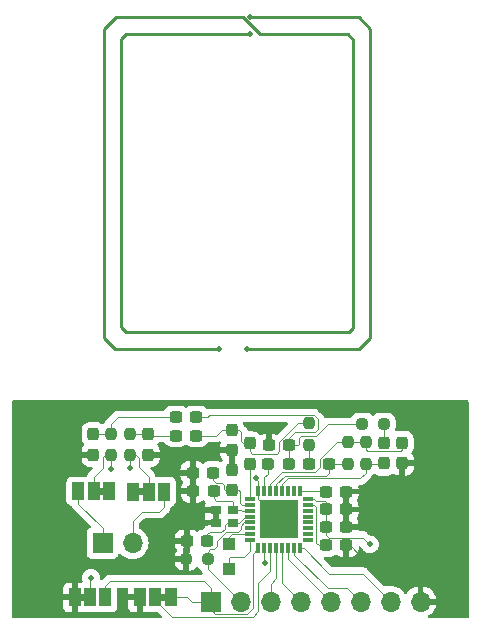
<source format=gtl>
G04 #@! TF.GenerationSoftware,KiCad,Pcbnew,7.0.9*
G04 #@! TF.CreationDate,2024-04-20T19:12:38+02:00*
G04 #@! TF.ProjectId,NFC_Programmer,4e46435f-5072-46f6-9772-616d6d65722e,3.0*
G04 #@! TF.SameCoordinates,Original*
G04 #@! TF.FileFunction,Copper,L1,Top*
G04 #@! TF.FilePolarity,Positive*
%FSLAX46Y46*%
G04 Gerber Fmt 4.6, Leading zero omitted, Abs format (unit mm)*
G04 Created by KiCad (PCBNEW 7.0.9) date 2024-04-20 19:12:38*
%MOMM*%
%LPD*%
G01*
G04 APERTURE LIST*
G04 Aperture macros list*
%AMRoundRect*
0 Rectangle with rounded corners*
0 $1 Rounding radius*
0 $2 $3 $4 $5 $6 $7 $8 $9 X,Y pos of 4 corners*
0 Add a 4 corners polygon primitive as box body*
4,1,4,$2,$3,$4,$5,$6,$7,$8,$9,$2,$3,0*
0 Add four circle primitives for the rounded corners*
1,1,$1+$1,$2,$3*
1,1,$1+$1,$4,$5*
1,1,$1+$1,$6,$7*
1,1,$1+$1,$8,$9*
0 Add four rect primitives between the rounded corners*
20,1,$1+$1,$2,$3,$4,$5,0*
20,1,$1+$1,$4,$5,$6,$7,0*
20,1,$1+$1,$6,$7,$8,$9,0*
20,1,$1+$1,$8,$9,$2,$3,0*%
G04 Aperture macros list end*
G04 #@! TA.AperFunction,SMDPad,CuDef*
%ADD10RoundRect,0.237500X-0.237500X0.250000X-0.237500X-0.250000X0.237500X-0.250000X0.237500X0.250000X0*%
G04 #@! TD*
G04 #@! TA.AperFunction,SMDPad,CuDef*
%ADD11RoundRect,0.237500X0.300000X0.237500X-0.300000X0.237500X-0.300000X-0.237500X0.300000X-0.237500X0*%
G04 #@! TD*
G04 #@! TA.AperFunction,SMDPad,CuDef*
%ADD12R,1.000000X1.000000*%
G04 #@! TD*
G04 #@! TA.AperFunction,SMDPad,CuDef*
%ADD13RoundRect,0.237500X0.237500X-0.250000X0.237500X0.250000X-0.237500X0.250000X-0.237500X-0.250000X0*%
G04 #@! TD*
G04 #@! TA.AperFunction,SMDPad,CuDef*
%ADD14R,1.000000X1.500000*%
G04 #@! TD*
G04 #@! TA.AperFunction,ComponentPad*
%ADD15R,1.700000X1.700000*%
G04 #@! TD*
G04 #@! TA.AperFunction,ComponentPad*
%ADD16O,1.700000X1.700000*%
G04 #@! TD*
G04 #@! TA.AperFunction,SMDPad,CuDef*
%ADD17RoundRect,0.237500X0.237500X-0.287500X0.237500X0.287500X-0.237500X0.287500X-0.237500X-0.287500X0*%
G04 #@! TD*
G04 #@! TA.AperFunction,SMDPad,CuDef*
%ADD18R,0.900000X0.800000*%
G04 #@! TD*
G04 #@! TA.AperFunction,SMDPad,CuDef*
%ADD19RoundRect,0.237500X0.237500X-0.300000X0.237500X0.300000X-0.237500X0.300000X-0.237500X-0.300000X0*%
G04 #@! TD*
G04 #@! TA.AperFunction,SMDPad,CuDef*
%ADD20RoundRect,0.237500X-0.237500X0.300000X-0.237500X-0.300000X0.237500X-0.300000X0.237500X0.300000X0*%
G04 #@! TD*
G04 #@! TA.AperFunction,SMDPad,CuDef*
%ADD21R,0.850000X0.300000*%
G04 #@! TD*
G04 #@! TA.AperFunction,SMDPad,CuDef*
%ADD22R,0.300000X0.850000*%
G04 #@! TD*
G04 #@! TA.AperFunction,SMDPad,CuDef*
%ADD23R,3.250000X3.250000*%
G04 #@! TD*
G04 #@! TA.AperFunction,SMDPad,CuDef*
%ADD24RoundRect,0.237500X-0.300000X-0.237500X0.300000X-0.237500X0.300000X0.237500X-0.300000X0.237500X0*%
G04 #@! TD*
G04 #@! TA.AperFunction,SMDPad,CuDef*
%ADD25RoundRect,0.237500X-0.250000X-0.237500X0.250000X-0.237500X0.250000X0.237500X-0.250000X0.237500X0*%
G04 #@! TD*
G04 #@! TA.AperFunction,SMDPad,CuDef*
%ADD26RoundRect,0.237500X-0.287500X-0.237500X0.287500X-0.237500X0.287500X0.237500X-0.287500X0.237500X0*%
G04 #@! TD*
G04 #@! TA.AperFunction,SMDPad,CuDef*
%ADD27RoundRect,0.237500X0.250000X0.237500X-0.250000X0.237500X-0.250000X-0.237500X0.250000X-0.237500X0*%
G04 #@! TD*
G04 #@! TA.AperFunction,ViaPad*
%ADD28C,0.360000*%
G04 #@! TD*
G04 #@! TA.AperFunction,ViaPad*
%ADD29C,0.500000*%
G04 #@! TD*
G04 #@! TA.AperFunction,Conductor*
%ADD30C,0.100000*%
G04 #@! TD*
G04 #@! TA.AperFunction,Conductor*
%ADD31C,0.250000*%
G04 #@! TD*
G04 APERTURE END LIST*
G04 #@! TA.AperFunction,EtchedComponent*
G36*
X132035000Y-99000000D02*
G01*
X131535000Y-99000000D01*
X131535000Y-98400000D01*
X132035000Y-98400000D01*
X132035000Y-99000000D01*
G37*
G04 #@! TD.AperFunction*
G04 #@! TA.AperFunction,EtchedComponent*
G36*
X128675000Y-98990000D02*
G01*
X128175000Y-98990000D01*
X128175000Y-98390000D01*
X128675000Y-98390000D01*
X128675000Y-98990000D01*
G37*
G04 #@! TD.AperFunction*
G04 #@! TA.AperFunction,EtchedComponent*
G36*
X133910000Y-107970000D02*
G01*
X133410000Y-107970000D01*
X133410000Y-107370000D01*
X133910000Y-107370000D01*
X133910000Y-107970000D01*
G37*
G04 #@! TD.AperFunction*
G04 #@! TA.AperFunction,EtchedComponent*
G36*
X127070000Y-107970000D02*
G01*
X126570000Y-107970000D01*
X126570000Y-107370000D01*
X127070000Y-107370000D01*
X127070000Y-107970000D01*
G37*
G04 #@! TD.AperFunction*
D10*
X150813750Y-94545000D03*
X150813750Y-96370000D03*
D11*
X147696750Y-96380000D03*
X145971750Y-96380000D03*
D12*
X139260000Y-103150000D03*
D13*
X145994250Y-94742500D03*
X145994250Y-92917500D03*
D14*
X131135000Y-98700000D03*
X132435000Y-98700000D03*
X133735000Y-98700000D03*
D11*
X137886750Y-97110000D03*
X136161750Y-97110000D03*
D15*
X128530000Y-103060000D03*
D16*
X131070000Y-103060000D03*
D17*
X140994250Y-96385000D03*
X140994250Y-94635000D03*
D11*
X136462500Y-93970000D03*
X134737500Y-93970000D03*
D18*
X139571750Y-100230000D03*
X138171750Y-100230000D03*
X138171750Y-101330000D03*
X139571750Y-101330000D03*
D19*
X139504250Y-98602500D03*
X139504250Y-96877500D03*
D20*
X139464250Y-93467500D03*
X139464250Y-95192500D03*
D21*
X145914250Y-102820000D03*
X145914250Y-102320000D03*
X145914250Y-101820000D03*
X145914250Y-101320000D03*
X145914250Y-100820000D03*
X145914250Y-100320000D03*
X145914250Y-99820000D03*
X145914250Y-99320000D03*
D22*
X145214250Y-98620000D03*
X144714250Y-98620000D03*
X144214250Y-98620000D03*
X143714250Y-98620000D03*
X143214250Y-98620000D03*
X142714250Y-98620000D03*
X142214250Y-98620000D03*
X141714250Y-98620000D03*
D21*
X141014250Y-99320000D03*
X141014250Y-99820000D03*
X141014250Y-100320000D03*
X141014250Y-100820000D03*
X141014250Y-101320000D03*
X141014250Y-101820000D03*
X141014250Y-102320000D03*
X141014250Y-102820000D03*
D22*
X141714250Y-103520000D03*
X142214250Y-103520000D03*
X142714250Y-103520000D03*
X143214250Y-103520000D03*
X143714250Y-103520000D03*
X144214250Y-103520000D03*
X144714250Y-103520000D03*
X145214250Y-103520000D03*
D23*
X143464250Y-101070000D03*
D15*
X137670000Y-108020000D03*
D16*
X140210000Y-108020000D03*
X142750000Y-108020000D03*
X145290000Y-108020000D03*
X147830000Y-108020000D03*
X150370000Y-108020000D03*
X152910000Y-108020000D03*
X155450000Y-108020000D03*
D10*
X130835000Y-93800000D03*
X130835000Y-95625000D03*
D19*
X152344250Y-96320000D03*
X152344250Y-94595000D03*
D11*
X136462500Y-92400000D03*
X134737500Y-92400000D03*
D24*
X147445000Y-98700000D03*
X149170000Y-98700000D03*
X147445000Y-100220000D03*
X149170000Y-100220000D03*
D13*
X149283250Y-96370000D03*
X149283250Y-94545000D03*
D20*
X153904250Y-94587500D03*
X153904250Y-96312500D03*
D24*
X147445000Y-101740000D03*
X149170000Y-101740000D03*
D10*
X129285000Y-93800000D03*
X129285000Y-95625000D03*
D25*
X150522500Y-92990000D03*
X152347500Y-92990000D03*
D20*
X132385000Y-93850000D03*
X132385000Y-95575000D03*
D19*
X127725000Y-95575000D03*
X127725000Y-93850000D03*
D12*
X139260000Y-105220000D03*
D11*
X137400000Y-102890000D03*
X135675000Y-102890000D03*
D26*
X142544250Y-96400000D03*
X144294250Y-96400000D03*
D27*
X137450000Y-104420000D03*
X135625000Y-104420000D03*
D14*
X129075000Y-98690000D03*
X127775000Y-98690000D03*
X126475000Y-98690000D03*
X134310000Y-107670000D03*
X133010000Y-107670000D03*
X131710000Y-107670000D03*
X126170000Y-107670000D03*
X127470000Y-107670000D03*
X128770000Y-107670000D03*
D24*
X142609250Y-94790000D03*
X144334250Y-94790000D03*
D11*
X137926750Y-98680000D03*
X136201750Y-98680000D03*
D24*
X147445000Y-103260000D03*
X149170000Y-103260000D03*
D28*
X159130000Y-95860000D03*
X128870000Y-104750000D03*
X157940000Y-91280000D03*
X131870000Y-105550000D03*
X124300000Y-91250000D03*
X125190000Y-98820000D03*
X127340000Y-91240000D03*
X157290000Y-106610000D03*
X157250000Y-91280000D03*
X129940000Y-105570000D03*
X135120000Y-99770000D03*
X121160000Y-98970000D03*
X122870000Y-109150000D03*
D29*
X134251582Y-95601582D03*
D28*
X126460000Y-94700000D03*
X144350000Y-91290000D03*
X159080000Y-104020000D03*
X155130000Y-94450000D03*
X129220000Y-91250000D03*
X125190000Y-98210000D03*
X130030000Y-109160000D03*
X134590000Y-100240000D03*
X148440000Y-92230000D03*
X150480000Y-99510000D03*
X154370000Y-97580000D03*
X123600000Y-91240000D03*
X133980000Y-97190000D03*
X159130000Y-96470000D03*
X121160000Y-92260000D03*
X152660000Y-97670000D03*
X134390000Y-102190000D03*
X154960000Y-93780000D03*
X125860000Y-109180000D03*
X121170000Y-91560000D03*
X141860000Y-91280000D03*
X121120000Y-108950000D03*
X148700000Y-91290000D03*
X158550000Y-91280000D03*
X125740000Y-97180000D03*
X121130000Y-106460000D03*
X132320000Y-101320000D03*
X137450000Y-95930000D03*
X132700000Y-104490000D03*
X159120000Y-92860000D03*
X127940000Y-104780000D03*
X132740000Y-103560000D03*
X143780000Y-91290000D03*
X124910000Y-108130000D03*
X148000000Y-91280000D03*
X121160000Y-92870000D03*
X151917606Y-102411550D03*
X152920000Y-91280000D03*
X147701096Y-92221952D03*
X149280000Y-92220000D03*
X159090000Y-99740000D03*
X139410000Y-91290000D03*
X154890000Y-106290000D03*
X159090000Y-101530000D03*
X132820000Y-105550000D03*
X131290000Y-109180000D03*
X133790000Y-101240000D03*
X151890000Y-97650000D03*
X159130000Y-95290000D03*
X130870000Y-105570000D03*
X134340000Y-103100000D03*
X132790000Y-101880000D03*
X125250000Y-109180000D03*
X127520000Y-92500000D03*
X127740000Y-109160000D03*
X159120000Y-98960000D03*
X126610000Y-96460000D03*
X158390000Y-109150000D03*
X121130000Y-104670000D03*
X152310000Y-91280000D03*
X126670000Y-92870000D03*
X126440000Y-93840000D03*
X140680000Y-91280000D03*
X156070000Y-91280000D03*
D29*
X136870000Y-101310000D03*
D28*
X150460000Y-100300000D03*
X140020000Y-91290000D03*
X153450000Y-97640000D03*
X134950000Y-98240000D03*
X151364342Y-91970000D03*
X135077887Y-95174346D03*
X155410000Y-91290000D03*
X159080000Y-107150000D03*
X123410000Y-109150000D03*
X159090000Y-105270000D03*
X136980000Y-95110000D03*
X157270000Y-107500000D03*
X128330000Y-92550000D03*
X134360000Y-103950000D03*
X150470000Y-98680000D03*
X121160000Y-94050000D03*
X121810000Y-91240000D03*
D29*
X142620000Y-93280000D03*
D28*
X131010000Y-91250000D03*
X121690000Y-109150000D03*
X149880000Y-91290000D03*
X125480000Y-91250000D03*
X128310000Y-109160000D03*
X127050000Y-102380000D03*
X127910000Y-91240000D03*
X131820000Y-109180000D03*
X151460000Y-104220000D03*
X124910000Y-107590000D03*
X150530000Y-100960000D03*
X134950000Y-96480000D03*
X136540000Y-95870000D03*
X153540000Y-92730000D03*
X132760000Y-102610000D03*
X121130000Y-105850000D03*
X155130000Y-95290000D03*
X126400000Y-109180000D03*
X130540000Y-104740000D03*
X125760000Y-106200000D03*
X159080000Y-107760000D03*
X124910000Y-106980000D03*
X127050000Y-104100000D03*
X124910000Y-106410000D03*
X133540000Y-91240000D03*
X159090000Y-104660000D03*
X152060000Y-103740000D03*
X128800000Y-105570000D03*
X121120000Y-107160000D03*
X121120000Y-108340000D03*
X135620000Y-95890000D03*
X157200000Y-108310000D03*
X132850000Y-91240000D03*
X159130000Y-94680000D03*
X127050000Y-102950000D03*
X121130000Y-100360000D03*
X152300000Y-106290000D03*
X152220000Y-103020000D03*
X121120000Y-102240000D03*
X121160000Y-93440000D03*
X126970000Y-109180000D03*
X151740000Y-91280000D03*
X125190000Y-99360000D03*
X121130000Y-101540000D03*
X159120000Y-93430000D03*
X159090000Y-100920000D03*
X126670000Y-97160000D03*
X128970000Y-92080000D03*
D29*
X150700000Y-104480000D03*
D28*
X159080000Y-108330000D03*
X129460000Y-109160000D03*
X122420000Y-91240000D03*
X159120000Y-97780000D03*
X126540000Y-105870000D03*
X121160000Y-98360000D03*
X133530000Y-96280000D03*
X159090000Y-106450000D03*
X121130000Y-105280000D03*
X121120000Y-104030000D03*
X146820000Y-91280000D03*
X134300000Y-104700000D03*
X129790000Y-104700000D03*
X159130000Y-91550000D03*
X132280000Y-91240000D03*
X136100000Y-101660000D03*
X157120000Y-109120000D03*
X130400000Y-91250000D03*
X128520000Y-91240000D03*
X151790000Y-105780000D03*
X125670000Y-100350000D03*
X159080000Y-108940000D03*
X159120000Y-97170000D03*
X133210000Y-96990000D03*
X142470000Y-91280000D03*
X154800000Y-91290000D03*
X147200000Y-91900000D03*
X122990000Y-91240000D03*
X125190000Y-99930000D03*
X145600000Y-91280000D03*
X128920000Y-109160000D03*
X151070000Y-98110000D03*
X131270000Y-104780000D03*
X149310000Y-91290000D03*
X121130000Y-99750000D03*
X124910000Y-91250000D03*
X152170000Y-91820000D03*
X157820000Y-109150000D03*
X154230000Y-91290000D03*
X151130000Y-91280000D03*
X159090000Y-105840000D03*
X129830000Y-91250000D03*
X146210000Y-91280000D03*
X123980000Y-109150000D03*
X136900000Y-100290000D03*
X134960000Y-99050000D03*
X159090000Y-100350000D03*
X131670000Y-91240000D03*
X127100000Y-101690000D03*
X136100000Y-95140000D03*
X122260000Y-109150000D03*
X127050000Y-103560000D03*
X126090000Y-91250000D03*
X159120000Y-98350000D03*
X147390000Y-91280000D03*
X121170000Y-95300000D03*
X126130000Y-100790000D03*
X134890000Y-97330000D03*
X136100000Y-99920000D03*
X121160000Y-97180000D03*
X130670000Y-109180000D03*
X126610000Y-101210000D03*
X121120000Y-107770000D03*
X121170000Y-95870000D03*
X149880000Y-91890000D03*
X144960000Y-91290000D03*
X121120000Y-102850000D03*
X151124464Y-102010199D03*
X159080000Y-102230000D03*
X121120000Y-103420000D03*
X156200000Y-106310000D03*
X143170000Y-91290000D03*
X124910000Y-108700000D03*
X159120000Y-94040000D03*
X134250000Y-100770000D03*
X121130000Y-100930000D03*
X153420000Y-92190000D03*
X155210000Y-96260000D03*
D29*
X137990000Y-95230000D03*
D28*
X121170000Y-96480000D03*
X150570000Y-101750000D03*
X156680000Y-91280000D03*
X125190000Y-97640000D03*
X135130000Y-101710000D03*
X126700000Y-105300000D03*
X159080000Y-102840000D03*
X154390000Y-93370000D03*
X153620000Y-91290000D03*
X159120000Y-92250000D03*
X151250000Y-105170000D03*
D29*
X125870000Y-95560000D03*
D28*
X121160000Y-97790000D03*
X121170000Y-94690000D03*
X153520000Y-106310000D03*
D29*
X141500000Y-97570000D03*
D28*
X127050000Y-104670000D03*
X132010000Y-104830000D03*
X155050000Y-97220000D03*
X128250000Y-105320000D03*
X124680000Y-109180000D03*
X159080000Y-103410000D03*
X141290000Y-91280000D03*
X153610000Y-93260000D03*
X133840000Y-105540000D03*
X133130000Y-101260000D03*
X152870000Y-91870000D03*
X134500000Y-105420000D03*
X150690000Y-91810000D03*
X132400000Y-109200000D03*
X150490000Y-91290000D03*
X126730000Y-91240000D03*
D29*
X151160000Y-103180000D03*
X127550000Y-105990000D03*
X142268250Y-104760000D03*
X140740000Y-86620000D03*
X141040000Y-58560000D03*
X141040000Y-60000000D03*
X138400000Y-86620000D03*
X130850000Y-96740000D03*
X129280000Y-96770000D03*
D30*
X146610000Y-99990750D02*
X146610000Y-103040000D01*
X146439250Y-99820000D02*
X146610000Y-99990750D01*
X146830000Y-103260000D02*
X147445000Y-103260000D01*
X146610000Y-103040000D02*
X146830000Y-103260000D01*
X145914250Y-99820000D02*
X146439250Y-99820000D01*
X134225000Y-95575000D02*
X134251582Y-95601582D01*
X138171750Y-101330000D02*
X136890000Y-101330000D01*
X142609250Y-94790000D02*
X142609250Y-93290750D01*
X138027500Y-95192500D02*
X137990000Y-95230000D01*
X125885000Y-95575000D02*
X125870000Y-95560000D01*
X139464250Y-95192500D02*
X138027500Y-95192500D01*
X142609250Y-93290750D02*
X142620000Y-93280000D01*
X143464250Y-101070000D02*
X141714250Y-99320000D01*
X149480000Y-103260000D02*
X150700000Y-104480000D01*
X149170000Y-103260000D02*
X149480000Y-103260000D01*
X141714250Y-97784250D02*
X141500000Y-97570000D01*
X132385000Y-95575000D02*
X134225000Y-95575000D01*
X127725000Y-95575000D02*
X125885000Y-95575000D01*
X141714250Y-98620000D02*
X141714250Y-97784250D01*
X136890000Y-101330000D02*
X136870000Y-101310000D01*
X141714250Y-99320000D02*
X141714250Y-98620000D01*
X147365000Y-98620000D02*
X147445000Y-98700000D01*
X145214250Y-98620000D02*
X147365000Y-98620000D01*
X139504250Y-98602500D02*
X140056750Y-98602500D01*
X138824250Y-98510000D02*
X138916750Y-98602500D01*
X137886750Y-97732500D02*
X138134250Y-97980000D01*
X140204250Y-98750000D02*
X140204250Y-99700000D01*
X137886750Y-97110000D02*
X137886750Y-97732500D01*
X138134250Y-97980000D02*
X138684250Y-97980000D01*
X138684250Y-97980000D02*
X138824250Y-98120000D01*
X140324250Y-99820000D02*
X141014250Y-99820000D01*
X140204250Y-99700000D02*
X140324250Y-99820000D01*
X138916750Y-98602500D02*
X139504250Y-98602500D01*
X140056750Y-98602500D02*
X140204250Y-98750000D01*
X138824250Y-98120000D02*
X138824250Y-98510000D01*
X140064250Y-101330000D02*
X139571750Y-101330000D01*
X139040000Y-101330000D02*
X139571750Y-101330000D01*
X141014250Y-100820000D02*
X140574250Y-100820000D01*
X137400000Y-102330000D02*
X137620000Y-102110000D01*
X140574250Y-100820000D02*
X140064250Y-101330000D01*
X138870000Y-101835750D02*
X138870000Y-101500000D01*
X137400000Y-102890000D02*
X137400000Y-102330000D01*
X138870000Y-101500000D02*
X139040000Y-101330000D01*
X137620000Y-102110000D02*
X138595750Y-102110000D01*
X138595750Y-102110000D02*
X138870000Y-101835750D01*
X143714250Y-98095000D02*
X144212250Y-97597000D01*
X150813750Y-97140500D02*
X150813750Y-96370000D01*
X150813750Y-96370000D02*
X152294250Y-96370000D01*
X144212250Y-97597000D02*
X150357250Y-97597000D01*
X150357250Y-97597000D02*
X150813750Y-97140500D01*
X143714250Y-98620000D02*
X143714250Y-98095000D01*
X152294250Y-96370000D02*
X152344250Y-96320000D01*
X152347500Y-94591750D02*
X152344250Y-94595000D01*
X152347500Y-92990000D02*
X152347500Y-94591750D01*
X145050000Y-94790000D02*
X144334250Y-94790000D01*
X136462500Y-92400000D02*
X137430000Y-92400000D01*
X144294250Y-94830000D02*
X144334250Y-94790000D01*
X145170000Y-94670000D02*
X145050000Y-94790000D01*
X146410022Y-92253000D02*
X146750000Y-92592978D01*
X145350000Y-94000000D02*
X145170000Y-94180000D01*
X146570000Y-94000000D02*
X145350000Y-94000000D01*
X150522500Y-92990000D02*
X147580000Y-92990000D01*
X144334250Y-94135750D02*
X144334250Y-94790000D01*
X145170000Y-94180000D02*
X145170000Y-94670000D01*
X137577000Y-92253000D02*
X146410022Y-92253000D01*
X146750000Y-93420000D02*
X146550000Y-93620000D01*
X137430000Y-92400000D02*
X137577000Y-92253000D01*
X144294250Y-96400000D02*
X144294250Y-94830000D01*
X146750000Y-92592978D02*
X146750000Y-93420000D01*
X147580000Y-92990000D02*
X146570000Y-94000000D01*
X144850000Y-93620000D02*
X144334250Y-94135750D01*
X146550000Y-93620000D02*
X144850000Y-93620000D01*
X140994250Y-95284250D02*
X140994250Y-94635000D01*
X145076478Y-92917500D02*
X143480000Y-94513978D01*
X140067500Y-93467500D02*
X140270000Y-93670000D01*
X143480000Y-94513978D02*
X143480000Y-95290000D01*
X143280000Y-95490000D02*
X141200000Y-95490000D01*
X139464250Y-93467500D02*
X140067500Y-93467500D01*
X140445000Y-94635000D02*
X140994250Y-94635000D01*
X145994250Y-92917500D02*
X145076478Y-92917500D01*
X143480000Y-95290000D02*
X143280000Y-95490000D01*
X136462500Y-93970000D02*
X138120000Y-93970000D01*
X140270000Y-94460000D02*
X140445000Y-94635000D01*
X140270000Y-93670000D02*
X140270000Y-94460000D01*
X141200000Y-95490000D02*
X140994250Y-95284250D01*
X138120000Y-93970000D02*
X138622500Y-93467500D01*
X138622500Y-93467500D02*
X139464250Y-93467500D01*
X130835000Y-93800000D02*
X132335000Y-93800000D01*
X132505000Y-93970000D02*
X132385000Y-93850000D01*
X134737500Y-93970000D02*
X132505000Y-93970000D01*
X132335000Y-93800000D02*
X132385000Y-93850000D01*
X127725000Y-93850000D02*
X129235000Y-93850000D01*
X129235000Y-93850000D02*
X129285000Y-93800000D01*
X129870000Y-92400000D02*
X129285000Y-92985000D01*
X129285000Y-92985000D02*
X129285000Y-93800000D01*
X134737500Y-92400000D02*
X129870000Y-92400000D01*
X153904250Y-95145750D02*
X153740500Y-95309500D01*
X143757250Y-97052000D02*
X146532250Y-97052000D01*
X150979500Y-95309500D02*
X150813750Y-95143750D01*
X150813750Y-95143750D02*
X150813750Y-94545000D01*
X146532250Y-97052000D02*
X146954250Y-96630000D01*
X153740500Y-95309500D02*
X150979500Y-95309500D01*
X142714250Y-98095000D02*
X143757250Y-97052000D01*
X149283250Y-94545000D02*
X150813750Y-94545000D01*
X148369250Y-94545000D02*
X149283250Y-94545000D01*
X146954250Y-96630000D02*
X146954250Y-95960000D01*
X153904250Y-94587500D02*
X153904250Y-95145750D01*
X146954250Y-95960000D02*
X148369250Y-94545000D01*
X142714250Y-98620000D02*
X142714250Y-98095000D01*
X143939250Y-97370000D02*
X147474250Y-97370000D01*
X143214250Y-98620000D02*
X143214250Y-98095000D01*
X149273250Y-96380000D02*
X149283250Y-96370000D01*
X143214250Y-98095000D02*
X143939250Y-97370000D01*
X147474250Y-97370000D02*
X147696750Y-97147500D01*
X147696750Y-97147500D02*
X147696750Y-96380000D01*
X147696750Y-96380000D02*
X149273250Y-96380000D01*
X145971750Y-94765000D02*
X145994250Y-94742500D01*
X145971750Y-96380000D02*
X145971750Y-94765000D01*
X140994250Y-99300000D02*
X141014250Y-99320000D01*
X140994250Y-96385000D02*
X140994250Y-99300000D01*
X142214250Y-98620000D02*
X142214250Y-97510000D01*
X142544250Y-97180000D02*
X142544250Y-96400000D01*
X142214250Y-97510000D02*
X142544250Y-97180000D01*
X139260000Y-102590000D02*
X139530000Y-102320000D01*
X139260000Y-103150000D02*
X139260000Y-102590000D01*
X139530000Y-102320000D02*
X141014250Y-102320000D01*
X144214250Y-104404250D02*
X147830000Y-108020000D01*
X144214250Y-103520000D02*
X144214250Y-104404250D01*
X145590000Y-103520000D02*
X145214250Y-103520000D01*
X147730000Y-105660000D02*
X145590000Y-103520000D01*
X152910000Y-108020000D02*
X150550000Y-105660000D01*
X150550000Y-105660000D02*
X147730000Y-105660000D01*
X147579250Y-106910000D02*
X149260000Y-106910000D01*
X144714250Y-103520000D02*
X144714250Y-104045000D01*
X149260000Y-106910000D02*
X150370000Y-108020000D01*
X144714250Y-104045000D02*
X147579250Y-106910000D01*
X140500000Y-101320000D02*
X141014250Y-101320000D01*
X137450000Y-104420000D02*
X137450000Y-103790000D01*
X140210000Y-108020000D02*
X137450000Y-105260000D01*
X137450000Y-105260000D02*
X137450000Y-104420000D01*
X138987000Y-102093000D02*
X140012750Y-102093000D01*
X138230000Y-102850000D02*
X138987000Y-102093000D01*
X137970000Y-103600000D02*
X138230000Y-103340000D01*
X137640000Y-103600000D02*
X137970000Y-103600000D01*
X140220000Y-101885750D02*
X140220000Y-101600000D01*
X140220000Y-101600000D02*
X140500000Y-101320000D01*
X138230000Y-103340000D02*
X138230000Y-102850000D01*
X137450000Y-103790000D02*
X137640000Y-103600000D01*
X140012750Y-102093000D02*
X140220000Y-101885750D01*
X145914250Y-99320000D02*
X146439250Y-99320000D01*
X147445000Y-101740000D02*
X147445000Y-102365000D01*
X140770000Y-109060000D02*
X138050000Y-109060000D01*
X129160000Y-106290000D02*
X128770000Y-106680000D01*
X147380000Y-99510000D02*
X147445000Y-99575000D01*
X135710000Y-107670000D02*
X134310000Y-107670000D01*
X151170000Y-103220000D02*
X151170000Y-103190000D01*
X137670000Y-108020000D02*
X137670000Y-106840000D01*
X141270000Y-108560000D02*
X140770000Y-109060000D01*
X137670000Y-108680000D02*
X137670000Y-108020000D01*
X137120000Y-106290000D02*
X129160000Y-106290000D01*
X147445000Y-99575000D02*
X147445000Y-100220000D01*
X141270000Y-103964250D02*
X141270000Y-108560000D01*
X137670000Y-108020000D02*
X136060000Y-108020000D01*
X147688000Y-102608000D02*
X150558000Y-102608000D01*
X147445000Y-102365000D02*
X147688000Y-102608000D01*
X146629250Y-99510000D02*
X147380000Y-99510000D01*
X150558000Y-102608000D02*
X151170000Y-103220000D01*
X141714250Y-103520000D02*
X141270000Y-103964250D01*
X138050000Y-109060000D02*
X137670000Y-108680000D01*
X136060000Y-108020000D02*
X135710000Y-107670000D01*
X128770000Y-106680000D02*
X128770000Y-107670000D01*
X137670000Y-106840000D02*
X137120000Y-106290000D01*
X147445000Y-100220000D02*
X147445000Y-101740000D01*
X146439250Y-99320000D02*
X146629250Y-99510000D01*
X143714250Y-103520000D02*
X143714250Y-106444250D01*
X143714250Y-106444250D02*
X145290000Y-108020000D01*
X142750000Y-106491026D02*
X143214250Y-106026776D01*
X142750000Y-108020000D02*
X142750000Y-106491026D01*
X143214250Y-106026776D02*
X143214250Y-103520000D01*
X140354250Y-100320000D02*
X141014249Y-100320000D01*
X137926750Y-98680000D02*
X137926750Y-99262500D01*
X138154250Y-99490000D02*
X139454250Y-99490000D01*
X139584250Y-99620000D02*
X139571750Y-99632500D01*
X137926750Y-99262500D02*
X138154250Y-99490000D01*
X139571750Y-99632500D02*
X139571750Y-100230000D01*
X140244250Y-100230000D02*
X140344250Y-100330000D01*
X139454250Y-99490000D02*
X139584250Y-99620000D01*
X139571750Y-100230000D02*
X140244250Y-100230000D01*
X140344250Y-100330000D02*
X140354250Y-100320000D01*
X142214250Y-104706000D02*
X142268250Y-104760000D01*
X127470000Y-106070000D02*
X127470000Y-107670000D01*
X142214250Y-103520000D02*
X142214250Y-104706000D01*
X127550000Y-105990000D02*
X127470000Y-106070000D01*
X141273001Y-109286999D02*
X141723000Y-108837000D01*
X141723000Y-106407000D02*
X142714250Y-105415750D01*
X134376999Y-109286999D02*
X141273001Y-109286999D01*
X133010000Y-107670000D02*
X133010000Y-107920000D01*
X133010000Y-107920000D02*
X134376999Y-109286999D01*
X141723000Y-108837000D02*
X141723000Y-106407000D01*
X142714250Y-105415750D02*
X142714250Y-103520000D01*
X131070000Y-101210000D02*
X131070000Y-103060000D01*
X133735000Y-100035000D02*
X133340000Y-100430000D01*
X131850000Y-100430000D02*
X131070000Y-101210000D01*
X133340000Y-100430000D02*
X131850000Y-100430000D01*
X133735000Y-98700000D02*
X133735000Y-100035000D01*
X132435000Y-97435000D02*
X132435000Y-98700000D01*
X129285000Y-95625000D02*
X129285000Y-96765000D01*
D31*
X141830000Y-60000000D02*
X140390000Y-58560000D01*
D30*
X130835000Y-95625000D02*
X130835000Y-96725000D01*
X128715000Y-95625000D02*
X128590000Y-95750000D01*
X130835000Y-95625000D02*
X131375000Y-95625000D01*
X131590000Y-96590000D02*
X132435000Y-97435000D01*
D31*
X128670000Y-59520000D02*
X128670000Y-85670000D01*
X151200000Y-59520000D02*
X151200000Y-85670000D01*
D30*
X129285000Y-96765000D02*
X129280000Y-96770000D01*
D31*
X130110000Y-60400000D02*
X130110000Y-84750000D01*
D30*
X131375000Y-95625000D02*
X131590000Y-95840000D01*
D31*
X140390000Y-58560000D02*
X129630000Y-58560000D01*
D30*
X128590000Y-95750000D02*
X128590000Y-96670000D01*
D31*
X149760000Y-60440000D02*
X149320000Y-60000000D01*
X130540000Y-85180000D02*
X149420000Y-85180000D01*
X128670000Y-85670000D02*
X129620000Y-86620000D01*
D30*
X129285000Y-95625000D02*
X128715000Y-95625000D01*
D31*
X141040000Y-60000000D02*
X130510000Y-60000000D01*
X129630000Y-58560000D02*
X128670000Y-59520000D01*
X130110000Y-84750000D02*
X130540000Y-85180000D01*
X150250000Y-86620000D02*
X140740000Y-86620000D01*
D30*
X128590000Y-96670000D02*
X127775000Y-97485000D01*
D31*
X149760000Y-84840000D02*
X149760000Y-60440000D01*
X150240000Y-58560000D02*
X151200000Y-59520000D01*
X130510000Y-60000000D02*
X130110000Y-60400000D01*
X151200000Y-85670000D02*
X150250000Y-86620000D01*
X149320000Y-60000000D02*
X141830000Y-60000000D01*
X141040000Y-58560000D02*
X150240000Y-58560000D01*
D30*
X131590000Y-95840000D02*
X131590000Y-96590000D01*
X127775000Y-97485000D02*
X127775000Y-98690000D01*
D31*
X149420000Y-85180000D02*
X149760000Y-84840000D01*
X129620000Y-86620000D02*
X138400000Y-86620000D01*
D30*
X130835000Y-96725000D02*
X130850000Y-96740000D01*
X126475000Y-99775000D02*
X128530000Y-101830000D01*
X128530000Y-101830000D02*
X128530000Y-103060000D01*
X126475000Y-98690000D02*
X126475000Y-99775000D01*
X139340000Y-104240000D02*
X139260000Y-104320000D01*
X140480000Y-104240000D02*
X139340000Y-104240000D01*
X141014250Y-102820000D02*
X141014250Y-103705750D01*
X139260000Y-104320000D02*
X139260000Y-105220000D01*
X141014250Y-103705750D02*
X140480000Y-104240000D01*
G04 #@! TA.AperFunction,Conductor*
G36*
X159457539Y-90979685D02*
G01*
X159503294Y-91032489D01*
X159514500Y-91084000D01*
X159514500Y-109310500D01*
X159494815Y-109377539D01*
X159442011Y-109423294D01*
X159390500Y-109434500D01*
X156170295Y-109434500D01*
X156103256Y-109414815D01*
X156057501Y-109362011D01*
X156047557Y-109292853D01*
X156076582Y-109229297D01*
X156117889Y-109198119D01*
X156127573Y-109193602D01*
X156127577Y-109193600D01*
X156321082Y-109058105D01*
X156488105Y-108891082D01*
X156623600Y-108697578D01*
X156723429Y-108483492D01*
X156723432Y-108483486D01*
X156780636Y-108270000D01*
X155883686Y-108270000D01*
X155909493Y-108229844D01*
X155950000Y-108091889D01*
X155950000Y-107948111D01*
X155909493Y-107810156D01*
X155883686Y-107770000D01*
X156780636Y-107770000D01*
X156780635Y-107769999D01*
X156723432Y-107556513D01*
X156723429Y-107556507D01*
X156623600Y-107342422D01*
X156623599Y-107342420D01*
X156488113Y-107148926D01*
X156488108Y-107148920D01*
X156321082Y-106981894D01*
X156127578Y-106846399D01*
X155913492Y-106746570D01*
X155913486Y-106746567D01*
X155700000Y-106689364D01*
X155700000Y-107584498D01*
X155592315Y-107535320D01*
X155485763Y-107520000D01*
X155414237Y-107520000D01*
X155307685Y-107535320D01*
X155200000Y-107584498D01*
X155200000Y-106689364D01*
X155199999Y-106689364D01*
X154986513Y-106746567D01*
X154986507Y-106746570D01*
X154772422Y-106846399D01*
X154772420Y-106846400D01*
X154578926Y-106981886D01*
X154578920Y-106981891D01*
X154411891Y-107148920D01*
X154411890Y-107148922D01*
X154281880Y-107334595D01*
X154227303Y-107378219D01*
X154157804Y-107385412D01*
X154095450Y-107353890D01*
X154078730Y-107334594D01*
X153948494Y-107148597D01*
X153781402Y-106981506D01*
X153781395Y-106981501D01*
X153587834Y-106845967D01*
X153587830Y-106845965D01*
X153576110Y-106840500D01*
X153373663Y-106746097D01*
X153373659Y-106746096D01*
X153373655Y-106746094D01*
X153145413Y-106684938D01*
X153145403Y-106684936D01*
X152910001Y-106664341D01*
X152909999Y-106664341D01*
X152674596Y-106684936D01*
X152674586Y-106684938D01*
X152490475Y-106734270D01*
X152420625Y-106732607D01*
X152370701Y-106702176D01*
X150945906Y-105277381D01*
X150923775Y-105253685D01*
X150900680Y-105228956D01*
X150879921Y-105216332D01*
X150862861Y-105205957D01*
X150857610Y-105202383D01*
X150822341Y-105175638D01*
X150822342Y-105175638D01*
X150805642Y-105169052D01*
X150786716Y-105159652D01*
X150771380Y-105150327D01*
X150728758Y-105138384D01*
X150722740Y-105136360D01*
X150681565Y-105120124D01*
X150681556Y-105120122D01*
X150663716Y-105118288D01*
X150642951Y-105114342D01*
X150625669Y-105109500D01*
X150625665Y-105109500D01*
X150581406Y-105109500D01*
X150575064Y-105109175D01*
X150547427Y-105106333D01*
X150531029Y-105104648D01*
X150531024Y-105104648D01*
X150513344Y-105107697D01*
X150492276Y-105109500D01*
X148009387Y-105109500D01*
X147942348Y-105089815D01*
X147921706Y-105073181D01*
X147295705Y-104447180D01*
X147262220Y-104385857D01*
X147267204Y-104316165D01*
X147309076Y-104260232D01*
X147374540Y-104235815D01*
X147383369Y-104235499D01*
X147794176Y-104235499D01*
X147794184Y-104235498D01*
X147794187Y-104235498D01*
X147849530Y-104229844D01*
X147895253Y-104225174D01*
X148059016Y-104170908D01*
X148205850Y-104080340D01*
X148220171Y-104066018D01*
X148281489Y-104032533D01*
X148351181Y-104037514D01*
X148395534Y-104066017D01*
X148409461Y-104079944D01*
X148409465Y-104079947D01*
X148556188Y-104170448D01*
X148556199Y-104170453D01*
X148719847Y-104224680D01*
X148820851Y-104234999D01*
X148920000Y-104234998D01*
X148920000Y-103282500D01*
X148939685Y-103215461D01*
X148992489Y-103169706D01*
X149044000Y-103158500D01*
X149296000Y-103158500D01*
X149363039Y-103178185D01*
X149408794Y-103230989D01*
X149420000Y-103282500D01*
X149420000Y-104234999D01*
X149519140Y-104234999D01*
X149519154Y-104234998D01*
X149620152Y-104224680D01*
X149783800Y-104170453D01*
X149783811Y-104170448D01*
X149930534Y-104079947D01*
X149930538Y-104079944D01*
X150052444Y-103958038D01*
X150052447Y-103958034D01*
X150142948Y-103811311D01*
X150142953Y-103811300D01*
X150197180Y-103647652D01*
X150207499Y-103546654D01*
X150207499Y-103460045D01*
X150227183Y-103393006D01*
X150279986Y-103347250D01*
X150349145Y-103337306D01*
X150412701Y-103366330D01*
X150448540Y-103419089D01*
X150479542Y-103507686D01*
X150479547Y-103507697D01*
X150569518Y-103650884D01*
X150569523Y-103650890D01*
X150689109Y-103770476D01*
X150689115Y-103770481D01*
X150832302Y-103860452D01*
X150832305Y-103860454D01*
X150832309Y-103860455D01*
X150832310Y-103860456D01*
X150904913Y-103885860D01*
X150991943Y-103916314D01*
X151159997Y-103935249D01*
X151160000Y-103935249D01*
X151160003Y-103935249D01*
X151328056Y-103916314D01*
X151328059Y-103916313D01*
X151487690Y-103860456D01*
X151487692Y-103860454D01*
X151487694Y-103860454D01*
X151487697Y-103860452D01*
X151630884Y-103770481D01*
X151630885Y-103770480D01*
X151630890Y-103770477D01*
X151750477Y-103650890D01*
X151815959Y-103546677D01*
X151840452Y-103507697D01*
X151840454Y-103507694D01*
X151840454Y-103507692D01*
X151840456Y-103507690D01*
X151896313Y-103348059D01*
X151896313Y-103348058D01*
X151896314Y-103348056D01*
X151915249Y-103180002D01*
X151915249Y-103179997D01*
X151896314Y-103011943D01*
X151840454Y-102852305D01*
X151840452Y-102852302D01*
X151750481Y-102709115D01*
X151750476Y-102709109D01*
X151630890Y-102589523D01*
X151630884Y-102589518D01*
X151487697Y-102499547D01*
X151487694Y-102499545D01*
X151328055Y-102443685D01*
X151195539Y-102428755D01*
X151131125Y-102401689D01*
X151121741Y-102393216D01*
X150953906Y-102225381D01*
X150922697Y-102191965D01*
X150908680Y-102176956D01*
X150896264Y-102169405D01*
X150870861Y-102153957D01*
X150865610Y-102150383D01*
X150830341Y-102123638D01*
X150830342Y-102123638D01*
X150813642Y-102117052D01*
X150794716Y-102107652D01*
X150779380Y-102098327D01*
X150736758Y-102086384D01*
X150730740Y-102084360D01*
X150689565Y-102068124D01*
X150689556Y-102068122D01*
X150671716Y-102066288D01*
X150650951Y-102062342D01*
X150633669Y-102057500D01*
X150633665Y-102057500D01*
X150589406Y-102057500D01*
X150583064Y-102057175D01*
X150555427Y-102054333D01*
X150539029Y-102052648D01*
X150539024Y-102052648D01*
X150521344Y-102055697D01*
X150500276Y-102057500D01*
X150326362Y-102057500D01*
X150259323Y-102037815D01*
X150238681Y-102021181D01*
X150207500Y-101990000D01*
X149420000Y-101990000D01*
X149388819Y-102021181D01*
X149327496Y-102054666D01*
X149301138Y-102057500D01*
X149044000Y-102057500D01*
X148976961Y-102037815D01*
X148931206Y-101985011D01*
X148920000Y-101933500D01*
X148920000Y-100470000D01*
X149420000Y-100470000D01*
X149420000Y-101490000D01*
X150207499Y-101490000D01*
X150207499Y-101453360D01*
X150207498Y-101453345D01*
X150197180Y-101352347D01*
X150142953Y-101188699D01*
X150142948Y-101188688D01*
X150054379Y-101045097D01*
X150035938Y-100977705D01*
X150054379Y-100914903D01*
X150142948Y-100771311D01*
X150142953Y-100771300D01*
X150197180Y-100607652D01*
X150207499Y-100506654D01*
X150207500Y-100506641D01*
X150207500Y-100470000D01*
X149420000Y-100470000D01*
X148920000Y-100470000D01*
X148920000Y-98950000D01*
X149420000Y-98950000D01*
X149420000Y-99970000D01*
X150207499Y-99970000D01*
X150207499Y-99933360D01*
X150207498Y-99933345D01*
X150197180Y-99832347D01*
X150142953Y-99668699D01*
X150142948Y-99668688D01*
X150054379Y-99525097D01*
X150035938Y-99457705D01*
X150054379Y-99394903D01*
X150142948Y-99251311D01*
X150142953Y-99251300D01*
X150197180Y-99087652D01*
X150207499Y-98986654D01*
X150207500Y-98986641D01*
X150207500Y-98950000D01*
X149420000Y-98950000D01*
X148920000Y-98950000D01*
X148920000Y-98574000D01*
X148939685Y-98506961D01*
X148992489Y-98461206D01*
X149044000Y-98450000D01*
X150207499Y-98450000D01*
X150207499Y-98413360D01*
X150207498Y-98413345D01*
X150197180Y-98312346D01*
X150196570Y-98310503D01*
X150196528Y-98309297D01*
X150195764Y-98305726D01*
X150196401Y-98305589D01*
X150194169Y-98240675D01*
X150229901Y-98180633D01*
X150292421Y-98149441D01*
X150314276Y-98147500D01*
X150347853Y-98147500D01*
X150414076Y-98149762D01*
X150457082Y-98139280D01*
X150463301Y-98138098D01*
X150507170Y-98132070D01*
X150523633Y-98124918D01*
X150543666Y-98118181D01*
X150561102Y-98113933D01*
X150599715Y-98092221D01*
X150605340Y-98089427D01*
X150645970Y-98071780D01*
X150659882Y-98060460D01*
X150677373Y-98048557D01*
X150693005Y-98039768D01*
X150693003Y-98039768D01*
X150693009Y-98039766D01*
X150724309Y-98008464D01*
X150729019Y-98004213D01*
X150763358Y-97976278D01*
X150773706Y-97961616D01*
X150787324Y-97945449D01*
X151196353Y-97536420D01*
X151244794Y-97491180D01*
X151265738Y-97456738D01*
X151267789Y-97453366D01*
X151271364Y-97448112D01*
X151273035Y-97445909D01*
X151298111Y-97412843D01*
X151304693Y-97396150D01*
X151314098Y-97377213D01*
X151323422Y-97361882D01*
X151324802Y-97356953D01*
X151361844Y-97297712D01*
X151379100Y-97284874D01*
X151512100Y-97202840D01*
X151512102Y-97202837D01*
X151513903Y-97201727D01*
X151581296Y-97183287D01*
X151644097Y-97201727D01*
X151645897Y-97202837D01*
X151645900Y-97202840D01*
X151792734Y-97293408D01*
X151956497Y-97347674D01*
X152057573Y-97358000D01*
X152630926Y-97357999D01*
X152630934Y-97357998D01*
X152630937Y-97357998D01*
X152709252Y-97349998D01*
X152732003Y-97347674D01*
X152895766Y-97293408D01*
X153042600Y-97202840D01*
X153042602Y-97202837D01*
X153042605Y-97202836D01*
X153048268Y-97198359D01*
X153049380Y-97199766D01*
X153102531Y-97170734D01*
X153172223Y-97175709D01*
X153199955Y-97191331D01*
X153200065Y-97191154D01*
X153204530Y-97193908D01*
X153205824Y-97194637D01*
X153206221Y-97194951D01*
X153352938Y-97285448D01*
X153352949Y-97285453D01*
X153516597Y-97339680D01*
X153617602Y-97349999D01*
X153654250Y-97349999D01*
X153654250Y-96562500D01*
X154154250Y-96562500D01*
X154154250Y-97349999D01*
X154190890Y-97349999D01*
X154190904Y-97349998D01*
X154291902Y-97339680D01*
X154455550Y-97285453D01*
X154455561Y-97285448D01*
X154602284Y-97194947D01*
X154602288Y-97194944D01*
X154724194Y-97073038D01*
X154724197Y-97073034D01*
X154814698Y-96926311D01*
X154814703Y-96926300D01*
X154868930Y-96762652D01*
X154879249Y-96661654D01*
X154879250Y-96661641D01*
X154879250Y-96562500D01*
X154154250Y-96562500D01*
X153654250Y-96562500D01*
X153654250Y-96186500D01*
X153673935Y-96119461D01*
X153726739Y-96073706D01*
X153778250Y-96062500D01*
X154879249Y-96062500D01*
X154879249Y-95963360D01*
X154879248Y-95963345D01*
X154868930Y-95862347D01*
X154814703Y-95698699D01*
X154814698Y-95698688D01*
X154724197Y-95551965D01*
X154724194Y-95551961D01*
X154710267Y-95538034D01*
X154676782Y-95476711D01*
X154681766Y-95407019D01*
X154710267Y-95362672D01*
X154724590Y-95348350D01*
X154815158Y-95201516D01*
X154869424Y-95037753D01*
X154879750Y-94936677D01*
X154879749Y-94238324D01*
X154876225Y-94203830D01*
X154869424Y-94137247D01*
X154847213Y-94070220D01*
X154815158Y-93973484D01*
X154724590Y-93826650D01*
X154602600Y-93704660D01*
X154490563Y-93635555D01*
X154455768Y-93614093D01*
X154455763Y-93614091D01*
X154441908Y-93609500D01*
X154292003Y-93559826D01*
X154292001Y-93559825D01*
X154190928Y-93549500D01*
X153617580Y-93549500D01*
X153617562Y-93549501D01*
X153516497Y-93559825D01*
X153516494Y-93559826D01*
X153468172Y-93575839D01*
X153398343Y-93578241D01*
X153338302Y-93542509D01*
X153307109Y-93479989D01*
X153311462Y-93419130D01*
X153325174Y-93377753D01*
X153335500Y-93276677D01*
X153335499Y-92703324D01*
X153332313Y-92672139D01*
X153325174Y-92602247D01*
X153290072Y-92496318D01*
X153270908Y-92438484D01*
X153180340Y-92291650D01*
X153058350Y-92169660D01*
X152911516Y-92079092D01*
X152747753Y-92024826D01*
X152747751Y-92024825D01*
X152646678Y-92014500D01*
X152048330Y-92014500D01*
X152048312Y-92014501D01*
X151947247Y-92024825D01*
X151783484Y-92079092D01*
X151783481Y-92079093D01*
X151636648Y-92169661D01*
X151522681Y-92283629D01*
X151461358Y-92317114D01*
X151391666Y-92312130D01*
X151347319Y-92283629D01*
X151233351Y-92169661D01*
X151233350Y-92169660D01*
X151086516Y-92079092D01*
X150922753Y-92024826D01*
X150922751Y-92024825D01*
X150821678Y-92014500D01*
X150223330Y-92014500D01*
X150223312Y-92014501D01*
X150122247Y-92024825D01*
X149958484Y-92079092D01*
X149958481Y-92079093D01*
X149811648Y-92169661D01*
X149689659Y-92291650D01*
X149634798Y-92380596D01*
X149582850Y-92427321D01*
X149529259Y-92439500D01*
X147589415Y-92439500D01*
X147523175Y-92437237D01*
X147523174Y-92437237D01*
X147480165Y-92447717D01*
X147473931Y-92448902D01*
X147430078Y-92454930D01*
X147421913Y-92457218D01*
X147421523Y-92455828D01*
X147361294Y-92463343D01*
X147298291Y-92433136D01*
X147272370Y-92395797D01*
X147271089Y-92396518D01*
X147245239Y-92350542D01*
X147242414Y-92344854D01*
X147228199Y-92312130D01*
X147224780Y-92304258D01*
X147213454Y-92290337D01*
X147201556Y-92272855D01*
X147192764Y-92257218D01*
X147161472Y-92225926D01*
X147157215Y-92221209D01*
X147129278Y-92186870D01*
X147114613Y-92176518D01*
X147098441Y-92162895D01*
X146956263Y-92020717D01*
X146805930Y-91870383D01*
X146760702Y-91821956D01*
X146760699Y-91821954D01*
X146722883Y-91798957D01*
X146717632Y-91795383D01*
X146682363Y-91768638D01*
X146682364Y-91768638D01*
X146665664Y-91762052D01*
X146646738Y-91752652D01*
X146631402Y-91743327D01*
X146588780Y-91731384D01*
X146582762Y-91729360D01*
X146541587Y-91713124D01*
X146541578Y-91713122D01*
X146523738Y-91711288D01*
X146502973Y-91707342D01*
X146485691Y-91702500D01*
X146485687Y-91702500D01*
X146441428Y-91702500D01*
X146435086Y-91702175D01*
X146407449Y-91699333D01*
X146391051Y-91697648D01*
X146391046Y-91697648D01*
X146373366Y-91700697D01*
X146352298Y-91702500D01*
X137586397Y-91702500D01*
X137520174Y-91700238D01*
X137520173Y-91700238D01*
X137520171Y-91700238D01*
X137477169Y-91710717D01*
X137470928Y-91711903D01*
X137430544Y-91717453D01*
X137361449Y-91707080D01*
X137325979Y-91682289D01*
X137223351Y-91579661D01*
X137223350Y-91579660D01*
X137076516Y-91489092D01*
X136912753Y-91434826D01*
X136912751Y-91434825D01*
X136811678Y-91424500D01*
X136113330Y-91424500D01*
X136113312Y-91424501D01*
X136012247Y-91434825D01*
X135848484Y-91489092D01*
X135848481Y-91489093D01*
X135701648Y-91579661D01*
X135687681Y-91593629D01*
X135626358Y-91627114D01*
X135556666Y-91622130D01*
X135512319Y-91593629D01*
X135498351Y-91579661D01*
X135498350Y-91579660D01*
X135351516Y-91489092D01*
X135187753Y-91434826D01*
X135187751Y-91434825D01*
X135086678Y-91424500D01*
X134388330Y-91424500D01*
X134388312Y-91424501D01*
X134287247Y-91434825D01*
X134123484Y-91489092D01*
X134123481Y-91489093D01*
X133976648Y-91579661D01*
X133854659Y-91701650D01*
X133799798Y-91790596D01*
X133747850Y-91837321D01*
X133694259Y-91849500D01*
X129879397Y-91849500D01*
X129813174Y-91847238D01*
X129813173Y-91847238D01*
X129813171Y-91847238D01*
X129770170Y-91857717D01*
X129763930Y-91858902D01*
X129720079Y-91864930D01*
X129703616Y-91872081D01*
X129683575Y-91878820D01*
X129666150Y-91883066D01*
X129666143Y-91883069D01*
X129627566Y-91904759D01*
X129621879Y-91907584D01*
X129581279Y-91925220D01*
X129581276Y-91925221D01*
X129567356Y-91936546D01*
X129549886Y-91948436D01*
X129534241Y-91957233D01*
X129534240Y-91957234D01*
X129502934Y-91988539D01*
X129498221Y-91992792D01*
X129463896Y-92020717D01*
X129463891Y-92020722D01*
X129453542Y-92035383D01*
X129439923Y-92051550D01*
X128902381Y-92589093D01*
X128853957Y-92634317D01*
X128830956Y-92672139D01*
X128827384Y-92677388D01*
X128800639Y-92712658D01*
X128800636Y-92712663D01*
X128794055Y-92729352D01*
X128784653Y-92748283D01*
X128775327Y-92763619D01*
X128763385Y-92806237D01*
X128761362Y-92812253D01*
X128751938Y-92836155D01*
X128709035Y-92891301D01*
X128701678Y-92896209D01*
X128586654Y-92967156D01*
X128581909Y-92970909D01*
X128517113Y-92997048D01*
X128448472Y-92984006D01*
X128428091Y-92970909D01*
X128423351Y-92967161D01*
X128423350Y-92967160D01*
X128276516Y-92876592D01*
X128112753Y-92822326D01*
X128112751Y-92822325D01*
X128011678Y-92812000D01*
X127438330Y-92812000D01*
X127438312Y-92812001D01*
X127337247Y-92822325D01*
X127173484Y-92876592D01*
X127173481Y-92876593D01*
X127026648Y-92967161D01*
X126904661Y-93089148D01*
X126814093Y-93235981D01*
X126814091Y-93235986D01*
X126786719Y-93318588D01*
X126759826Y-93399747D01*
X126759826Y-93399748D01*
X126759825Y-93399748D01*
X126749500Y-93500815D01*
X126749500Y-94199169D01*
X126749501Y-94199187D01*
X126759825Y-94300252D01*
X126789223Y-94388968D01*
X126812469Y-94459119D01*
X126814092Y-94464015D01*
X126814093Y-94464018D01*
X126843131Y-94511095D01*
X126904086Y-94609920D01*
X126904661Y-94610851D01*
X126918982Y-94625172D01*
X126952467Y-94686495D01*
X126947483Y-94756187D01*
X126918985Y-94800532D01*
X126905052Y-94814465D01*
X126814551Y-94961188D01*
X126814546Y-94961199D01*
X126760319Y-95124847D01*
X126750000Y-95225845D01*
X126750000Y-95325000D01*
X127851000Y-95325000D01*
X127918039Y-95344685D01*
X127963794Y-95397489D01*
X127975000Y-95449000D01*
X127975000Y-95701000D01*
X127955315Y-95768039D01*
X127902511Y-95813794D01*
X127851000Y-95825000D01*
X126750001Y-95825000D01*
X126750001Y-95924154D01*
X126760319Y-96025152D01*
X126814546Y-96188800D01*
X126814551Y-96188811D01*
X126905052Y-96335534D01*
X126905055Y-96335538D01*
X127026961Y-96457444D01*
X127026965Y-96457447D01*
X127173688Y-96547948D01*
X127173699Y-96547953D01*
X127337347Y-96602180D01*
X127438351Y-96612499D01*
X127569610Y-96612499D01*
X127636650Y-96632183D01*
X127682405Y-96684987D01*
X127692349Y-96754145D01*
X127663325Y-96817701D01*
X127657292Y-96824180D01*
X127392382Y-97089092D01*
X127343957Y-97134317D01*
X127320956Y-97172139D01*
X127317384Y-97177387D01*
X127310189Y-97186876D01*
X127290639Y-97212658D01*
X127290636Y-97212663D01*
X127284055Y-97229352D01*
X127274653Y-97248283D01*
X127265327Y-97263619D01*
X127253385Y-97306237D01*
X127251362Y-97312255D01*
X127235121Y-97353443D01*
X127234655Y-97355358D01*
X127233751Y-97356918D01*
X127232015Y-97361323D01*
X127231352Y-97361061D01*
X127199650Y-97415826D01*
X127137511Y-97447771D01*
X127085673Y-97446663D01*
X127082479Y-97445908D01*
X127022883Y-97439501D01*
X127022881Y-97439500D01*
X127022873Y-97439500D01*
X127022864Y-97439500D01*
X125927129Y-97439500D01*
X125927123Y-97439501D01*
X125867516Y-97445908D01*
X125732671Y-97496202D01*
X125732664Y-97496206D01*
X125617455Y-97582452D01*
X125617452Y-97582455D01*
X125531206Y-97697664D01*
X125531202Y-97697671D01*
X125480908Y-97832517D01*
X125474501Y-97892116D01*
X125474500Y-97892135D01*
X125474500Y-99487870D01*
X125474501Y-99487876D01*
X125480908Y-99547483D01*
X125531202Y-99682328D01*
X125531206Y-99682335D01*
X125617452Y-99797544D01*
X125617455Y-99797547D01*
X125732664Y-99883793D01*
X125732671Y-99883797D01*
X125867514Y-99934090D01*
X125867517Y-99934091D01*
X125873582Y-99934743D01*
X125938132Y-99961477D01*
X125968416Y-99997259D01*
X125979762Y-100017437D01*
X125982585Y-100023123D01*
X126000005Y-100063224D01*
X126000221Y-100063722D01*
X126011541Y-100077636D01*
X126023439Y-100095117D01*
X126032234Y-100110760D01*
X126032236Y-100110761D01*
X126063532Y-100142057D01*
X126067783Y-100146766D01*
X126095722Y-100181108D01*
X126110381Y-100191455D01*
X126126552Y-100205077D01*
X127483326Y-101561851D01*
X127516811Y-101623174D01*
X127511827Y-101692866D01*
X127469955Y-101748799D01*
X127438992Y-101765709D01*
X127437677Y-101766199D01*
X127437664Y-101766206D01*
X127322455Y-101852452D01*
X127322452Y-101852455D01*
X127236206Y-101967664D01*
X127236202Y-101967671D01*
X127185908Y-102102517D01*
X127179501Y-102162116D01*
X127179500Y-102162135D01*
X127179500Y-103957870D01*
X127179501Y-103957876D01*
X127185908Y-104017483D01*
X127236202Y-104152328D01*
X127236206Y-104152335D01*
X127322452Y-104267544D01*
X127322455Y-104267547D01*
X127437664Y-104353793D01*
X127437671Y-104353797D01*
X127572517Y-104404091D01*
X127572516Y-104404091D01*
X127579444Y-104404835D01*
X127632127Y-104410500D01*
X129427872Y-104410499D01*
X129487483Y-104404091D01*
X129622331Y-104353796D01*
X129737546Y-104267546D01*
X129823796Y-104152331D01*
X129872810Y-104020916D01*
X129914681Y-103964984D01*
X129980145Y-103940566D01*
X130048418Y-103955417D01*
X130076673Y-103976569D01*
X130198599Y-104098495D01*
X130295384Y-104166265D01*
X130392165Y-104234032D01*
X130392167Y-104234033D01*
X130392170Y-104234035D01*
X130606337Y-104333903D01*
X130834592Y-104395063D01*
X131011034Y-104410500D01*
X131069999Y-104415659D01*
X131070000Y-104415659D01*
X131070001Y-104415659D01*
X131128966Y-104410500D01*
X131305408Y-104395063D01*
X131533663Y-104333903D01*
X131747830Y-104234035D01*
X131839281Y-104170000D01*
X134637500Y-104170000D01*
X135375000Y-104170000D01*
X135375000Y-103506362D01*
X135394685Y-103439323D01*
X135411319Y-103418681D01*
X135425000Y-103405000D01*
X135425000Y-103140000D01*
X134637501Y-103140000D01*
X134637501Y-103176654D01*
X134647819Y-103277652D01*
X134702046Y-103441300D01*
X134702048Y-103441305D01*
X134793705Y-103589903D01*
X134812145Y-103657295D01*
X134793705Y-103720097D01*
X134702048Y-103868694D01*
X134702046Y-103868699D01*
X134647819Y-104032347D01*
X134637500Y-104133345D01*
X134637500Y-104170000D01*
X131839281Y-104170000D01*
X131941401Y-104098495D01*
X132108495Y-103931401D01*
X132244035Y-103737830D01*
X132343903Y-103523663D01*
X132405063Y-103295408D01*
X132425659Y-103060000D01*
X132405063Y-102824592D01*
X132355602Y-102640000D01*
X134637500Y-102640000D01*
X135425000Y-102640000D01*
X135425000Y-101914999D01*
X135325860Y-101915000D01*
X135325844Y-101915001D01*
X135224847Y-101925319D01*
X135061199Y-101979546D01*
X135061188Y-101979551D01*
X134914465Y-102070052D01*
X134914461Y-102070055D01*
X134792555Y-102191961D01*
X134792552Y-102191965D01*
X134702051Y-102338688D01*
X134702046Y-102338699D01*
X134647819Y-102502347D01*
X134637500Y-102603345D01*
X134637500Y-102640000D01*
X132355602Y-102640000D01*
X132344912Y-102600104D01*
X132343905Y-102596344D01*
X132343904Y-102596343D01*
X132343903Y-102596337D01*
X132244035Y-102382171D01*
X132213446Y-102338484D01*
X132108494Y-102188597D01*
X131941402Y-102021506D01*
X131941395Y-102021501D01*
X131936212Y-102017872D01*
X131881485Y-101979551D01*
X131747831Y-101885965D01*
X131747824Y-101885961D01*
X131692094Y-101859973D01*
X131639655Y-101813800D01*
X131620500Y-101747592D01*
X131620500Y-101489387D01*
X131640185Y-101422348D01*
X131656819Y-101401706D01*
X132041706Y-101016819D01*
X132103029Y-100983334D01*
X132129387Y-100980500D01*
X133330603Y-100980500D01*
X133396826Y-100982762D01*
X133439832Y-100972280D01*
X133446051Y-100971098D01*
X133489920Y-100965070D01*
X133506383Y-100957918D01*
X133526416Y-100951181D01*
X133543852Y-100946933D01*
X133582465Y-100925221D01*
X133588090Y-100922427D01*
X133628720Y-100904780D01*
X133642632Y-100893460D01*
X133660123Y-100881557D01*
X133675755Y-100872768D01*
X133675753Y-100872768D01*
X133675759Y-100872766D01*
X133707059Y-100841464D01*
X133711769Y-100837213D01*
X133746108Y-100809278D01*
X133756459Y-100794611D01*
X133770073Y-100778449D01*
X134068523Y-100480000D01*
X137221750Y-100480000D01*
X137221750Y-100677844D01*
X137228151Y-100737375D01*
X137229936Y-100744927D01*
X137228504Y-100745265D01*
X137232869Y-100806370D01*
X137228382Y-100821649D01*
X137228151Y-100822624D01*
X137221750Y-100882155D01*
X137221750Y-101080000D01*
X137921750Y-101080000D01*
X137921750Y-100480000D01*
X137221750Y-100480000D01*
X134068523Y-100480000D01*
X134117603Y-100430920D01*
X134166044Y-100385680D01*
X134189041Y-100347861D01*
X134192613Y-100342611D01*
X134219361Y-100307342D01*
X134225945Y-100290643D01*
X134235344Y-100271719D01*
X134244672Y-100256382D01*
X134256611Y-100213765D01*
X134258637Y-100207743D01*
X134274876Y-100166566D01*
X134274876Y-100166564D01*
X134276711Y-100148716D01*
X134280658Y-100127944D01*
X134285500Y-100110665D01*
X134285500Y-100066406D01*
X134285825Y-100060063D01*
X134288089Y-100038038D01*
X134314524Y-99973363D01*
X134368107Y-99934534D01*
X134477326Y-99893798D01*
X134477326Y-99893797D01*
X134477331Y-99893796D01*
X134592546Y-99807546D01*
X134678796Y-99692331D01*
X134729091Y-99557483D01*
X134735500Y-99497873D01*
X134735500Y-98930000D01*
X135164251Y-98930000D01*
X135164251Y-98966654D01*
X135174569Y-99067652D01*
X135228796Y-99231300D01*
X135228801Y-99231311D01*
X135319302Y-99378034D01*
X135319305Y-99378038D01*
X135441211Y-99499944D01*
X135441215Y-99499947D01*
X135587938Y-99590448D01*
X135587949Y-99590453D01*
X135751597Y-99644680D01*
X135852601Y-99654999D01*
X135951750Y-99654998D01*
X135951750Y-98930000D01*
X135164251Y-98930000D01*
X134735500Y-98930000D01*
X134735499Y-97902128D01*
X134729091Y-97842517D01*
X134725361Y-97832517D01*
X134678797Y-97707671D01*
X134678793Y-97707664D01*
X134592547Y-97592455D01*
X134592544Y-97592452D01*
X134477335Y-97506206D01*
X134477328Y-97506202D01*
X134342482Y-97455908D01*
X134342483Y-97455908D01*
X134282883Y-97449501D01*
X134282881Y-97449500D01*
X134282873Y-97449500D01*
X134282864Y-97449500D01*
X133187129Y-97449500D01*
X133187123Y-97449501D01*
X133119804Y-97456738D01*
X133119494Y-97453857D01*
X133063332Y-97450838D01*
X133006666Y-97409963D01*
X132984129Y-97363267D01*
X132983333Y-97360000D01*
X135124251Y-97360000D01*
X135124251Y-97396654D01*
X135134569Y-97497652D01*
X135188796Y-97661300D01*
X135188801Y-97661311D01*
X135279302Y-97808034D01*
X135279305Y-97808038D01*
X135301067Y-97829800D01*
X135334552Y-97891123D01*
X135329568Y-97960815D01*
X135318924Y-97982578D01*
X135228801Y-98128688D01*
X135228796Y-98128699D01*
X135174569Y-98292347D01*
X135164250Y-98393345D01*
X135164250Y-98430000D01*
X135951750Y-98430000D01*
X135951750Y-98125000D01*
X135948069Y-98121319D01*
X135914584Y-98059996D01*
X135911750Y-98033638D01*
X135911750Y-97360000D01*
X135124251Y-97360000D01*
X132983333Y-97360000D01*
X132977280Y-97335166D01*
X132976096Y-97328931D01*
X132973804Y-97312255D01*
X132970070Y-97285080D01*
X132962921Y-97268622D01*
X132956180Y-97248578D01*
X132951933Y-97231148D01*
X132942823Y-97214945D01*
X132930239Y-97192564D01*
X132927414Y-97186876D01*
X132920402Y-97170734D01*
X132909780Y-97146280D01*
X132898454Y-97132359D01*
X132886556Y-97114877D01*
X132877765Y-97099241D01*
X132846472Y-97067948D01*
X132842215Y-97063231D01*
X132814278Y-97028892D01*
X132799613Y-97018540D01*
X132783441Y-97004917D01*
X132638525Y-96860000D01*
X135124250Y-96860000D01*
X135911750Y-96860000D01*
X135911750Y-96134999D01*
X135812610Y-96135000D01*
X135812594Y-96135001D01*
X135711597Y-96145319D01*
X135547949Y-96199546D01*
X135547938Y-96199551D01*
X135401215Y-96290052D01*
X135401211Y-96290055D01*
X135279305Y-96411961D01*
X135279302Y-96411965D01*
X135188801Y-96558688D01*
X135188796Y-96558699D01*
X135134569Y-96722347D01*
X135124250Y-96823345D01*
X135124250Y-96860000D01*
X132638525Y-96860000D01*
X132601553Y-96823028D01*
X132568068Y-96761705D01*
X132573052Y-96692013D01*
X132614924Y-96636080D01*
X132676633Y-96611989D01*
X132772652Y-96602180D01*
X132936300Y-96547953D01*
X132936311Y-96547948D01*
X133083034Y-96457447D01*
X133083038Y-96457444D01*
X133204944Y-96335538D01*
X133204947Y-96335534D01*
X133295448Y-96188811D01*
X133295453Y-96188800D01*
X133349680Y-96025152D01*
X133359999Y-95924154D01*
X133360000Y-95924141D01*
X133360000Y-95825000D01*
X132259000Y-95825000D01*
X132191961Y-95805315D01*
X132146206Y-95752511D01*
X132135000Y-95701000D01*
X132135000Y-95449000D01*
X132154685Y-95381961D01*
X132207489Y-95336206D01*
X132259000Y-95325000D01*
X133359999Y-95325000D01*
X133359999Y-95225860D01*
X133359998Y-95225845D01*
X133349680Y-95124847D01*
X133295453Y-94961199D01*
X133295448Y-94961188D01*
X133204947Y-94814465D01*
X133204944Y-94814461D01*
X133191017Y-94800534D01*
X133157532Y-94739211D01*
X133162516Y-94669519D01*
X133191017Y-94625172D01*
X133205340Y-94610850D01*
X133224736Y-94579404D01*
X133276684Y-94532679D01*
X133330275Y-94520500D01*
X133694259Y-94520500D01*
X133761298Y-94540185D01*
X133799797Y-94579402D01*
X133826771Y-94623134D01*
X133851885Y-94663852D01*
X133854660Y-94668350D01*
X133976650Y-94790340D01*
X134123484Y-94880908D01*
X134287247Y-94935174D01*
X134388323Y-94945500D01*
X135086676Y-94945499D01*
X135086684Y-94945498D01*
X135086687Y-94945498D01*
X135145403Y-94939500D01*
X135187753Y-94935174D01*
X135351516Y-94880908D01*
X135498350Y-94790340D01*
X135512319Y-94776371D01*
X135573642Y-94742886D01*
X135643334Y-94747870D01*
X135687681Y-94776371D01*
X135701650Y-94790340D01*
X135848484Y-94880908D01*
X136012247Y-94935174D01*
X136113323Y-94945500D01*
X136811676Y-94945499D01*
X136811684Y-94945498D01*
X136811687Y-94945498D01*
X136870403Y-94939500D01*
X136912753Y-94935174D01*
X137076516Y-94880908D01*
X137223350Y-94790340D01*
X137345340Y-94668350D01*
X137400202Y-94579403D01*
X137452150Y-94532679D01*
X137505741Y-94520500D01*
X138110603Y-94520500D01*
X138176826Y-94522762D01*
X138219832Y-94512280D01*
X138226051Y-94511098D01*
X138269920Y-94505070D01*
X138286383Y-94497918D01*
X138306416Y-94491181D01*
X138323852Y-94486933D01*
X138362465Y-94465221D01*
X138368098Y-94462424D01*
X138375709Y-94459118D01*
X138445036Y-94450468D01*
X138508039Y-94480673D01*
X138544710Y-94540146D01*
X138543407Y-94610003D01*
X138542808Y-94611858D01*
X138499569Y-94742346D01*
X138489250Y-94843345D01*
X138489250Y-94942500D01*
X139590250Y-94942500D01*
X139657289Y-94962185D01*
X139703044Y-95014989D01*
X139714250Y-95066500D01*
X139714250Y-95800000D01*
X139717931Y-95803681D01*
X139751416Y-95865004D01*
X139754250Y-95891362D01*
X139754250Y-97003500D01*
X139734565Y-97070539D01*
X139681761Y-97116294D01*
X139630250Y-97127500D01*
X139378250Y-97127500D01*
X139311211Y-97107815D01*
X139265456Y-97055011D01*
X139254250Y-97003500D01*
X139254250Y-96270000D01*
X139250569Y-96266319D01*
X139217084Y-96204996D01*
X139214250Y-96178638D01*
X139214250Y-95442500D01*
X138489251Y-95442500D01*
X138489251Y-95541654D01*
X138499569Y-95642652D01*
X138553796Y-95806300D01*
X138553801Y-95806311D01*
X138644302Y-95953034D01*
X138644305Y-95953038D01*
X138662252Y-95970985D01*
X138695737Y-96032308D01*
X138690753Y-96102000D01*
X138680107Y-96123766D01*
X138661892Y-96153295D01*
X138609943Y-96200018D01*
X138540980Y-96211238D01*
X138503957Y-96200580D01*
X138500769Y-96199094D01*
X138500766Y-96199092D01*
X138337003Y-96144826D01*
X138337001Y-96144825D01*
X138235928Y-96134500D01*
X137537580Y-96134500D01*
X137537562Y-96134501D01*
X137436497Y-96144825D01*
X137272734Y-96199092D01*
X137272731Y-96199093D01*
X137125898Y-96289661D01*
X137111575Y-96303984D01*
X137050251Y-96337468D01*
X136980559Y-96332482D01*
X136936215Y-96303982D01*
X136922288Y-96290055D01*
X136922284Y-96290052D01*
X136775561Y-96199551D01*
X136775550Y-96199546D01*
X136611902Y-96145319D01*
X136510904Y-96135000D01*
X136411750Y-96135000D01*
X136411750Y-97665000D01*
X136415431Y-97668681D01*
X136448916Y-97730004D01*
X136451750Y-97756362D01*
X136451750Y-99654999D01*
X136550890Y-99654999D01*
X136550904Y-99654998D01*
X136651902Y-99644680D01*
X136815550Y-99590453D01*
X136815561Y-99590448D01*
X136962285Y-99499947D01*
X136976210Y-99486021D01*
X137037532Y-99452533D01*
X137107223Y-99457514D01*
X137151577Y-99486017D01*
X137165900Y-99500340D01*
X137197238Y-99519670D01*
X137243962Y-99571617D01*
X137255185Y-99640580D01*
X137248323Y-99668540D01*
X137228153Y-99722617D01*
X137228151Y-99722627D01*
X137221750Y-99782155D01*
X137221750Y-99980000D01*
X137865776Y-99980000D01*
X137924960Y-99996582D01*
X137925087Y-99996292D01*
X137927203Y-99997211D01*
X137930203Y-99998051D01*
X137932868Y-99999672D01*
X137975497Y-100011616D01*
X137981513Y-100013639D01*
X138022686Y-100029876D01*
X138040537Y-100031711D01*
X138061302Y-100035657D01*
X138078585Y-100040500D01*
X138122844Y-100040500D01*
X138129185Y-100040824D01*
X138173222Y-100045352D01*
X138190906Y-100042303D01*
X138211974Y-100040500D01*
X138297750Y-100040500D01*
X138364789Y-100060185D01*
X138410544Y-100112989D01*
X138421750Y-100164500D01*
X138421750Y-101138339D01*
X138402065Y-101205378D01*
X138396563Y-101213251D01*
X138385639Y-101227658D01*
X138385636Y-101227663D01*
X138379055Y-101244352D01*
X138369653Y-101263283D01*
X138360327Y-101278619D01*
X138348385Y-101321237D01*
X138346362Y-101327255D01*
X138330122Y-101368440D01*
X138328288Y-101386284D01*
X138324342Y-101407048D01*
X138319501Y-101424328D01*
X138319500Y-101424337D01*
X138319500Y-101435500D01*
X138299815Y-101502539D01*
X138247011Y-101548294D01*
X138195500Y-101559500D01*
X137629397Y-101559500D01*
X137563174Y-101557238D01*
X137563173Y-101557238D01*
X137563171Y-101557238D01*
X137520170Y-101567717D01*
X137513930Y-101568902D01*
X137470078Y-101574930D01*
X137468395Y-101575402D01*
X137434942Y-101580000D01*
X137221750Y-101580000D01*
X137221750Y-101678362D01*
X137202065Y-101745401D01*
X137185435Y-101766038D01*
X137124885Y-101826589D01*
X137066591Y-101884883D01*
X137005268Y-101918367D01*
X136991513Y-101920559D01*
X136949749Y-101924825D01*
X136949748Y-101924825D01*
X136949747Y-101924826D01*
X136923571Y-101933500D01*
X136785986Y-101979091D01*
X136785981Y-101979093D01*
X136639148Y-102069661D01*
X136624825Y-102083984D01*
X136563501Y-102117468D01*
X136493809Y-102112482D01*
X136449465Y-102083982D01*
X136435538Y-102070055D01*
X136435534Y-102070052D01*
X136288811Y-101979551D01*
X136288800Y-101979546D01*
X136125152Y-101925319D01*
X136024154Y-101915000D01*
X135925000Y-101915000D01*
X135925000Y-103803638D01*
X135905315Y-103870677D01*
X135888681Y-103891319D01*
X135875000Y-103905000D01*
X135875000Y-105394999D01*
X135924140Y-105394999D01*
X135924154Y-105394998D01*
X136025152Y-105384680D01*
X136188800Y-105330453D01*
X136188811Y-105330448D01*
X136335533Y-105239948D01*
X136449464Y-105126017D01*
X136510787Y-105092532D01*
X136580479Y-105097516D01*
X136624827Y-105126017D01*
X136739150Y-105240340D01*
X136855962Y-105312390D01*
X136902686Y-105364338D01*
X136913710Y-105401044D01*
X136914930Y-105409920D01*
X136922079Y-105426379D01*
X136928819Y-105446420D01*
X136933067Y-105463852D01*
X136954763Y-105502439D01*
X136957582Y-105508115D01*
X136967512Y-105530975D01*
X136975222Y-105548724D01*
X136976650Y-105551072D01*
X136977299Y-105553506D01*
X136978600Y-105556500D01*
X136978150Y-105556695D01*
X136994664Y-105618580D01*
X136973320Y-105685110D01*
X136919396Y-105729539D01*
X136870702Y-105739500D01*
X129169397Y-105739500D01*
X129103174Y-105737238D01*
X129103173Y-105737238D01*
X129103171Y-105737238D01*
X129060170Y-105747717D01*
X129053930Y-105748902D01*
X129010079Y-105754930D01*
X128993616Y-105762081D01*
X128973575Y-105768820D01*
X128956150Y-105773066D01*
X128956145Y-105773068D01*
X128917567Y-105794758D01*
X128911881Y-105797582D01*
X128871279Y-105815220D01*
X128857357Y-105826546D01*
X128839883Y-105838438D01*
X128824246Y-105847230D01*
X128824239Y-105847235D01*
X128792939Y-105878535D01*
X128788225Y-105882789D01*
X128753891Y-105910722D01*
X128743541Y-105925385D01*
X128729920Y-105941554D01*
X128508054Y-106163419D01*
X128446731Y-106196904D01*
X128377039Y-106191920D01*
X128321106Y-106150048D01*
X128296689Y-106084584D01*
X128297153Y-106061854D01*
X128305249Y-105990002D01*
X128305249Y-105989997D01*
X128286314Y-105821943D01*
X128238434Y-105685110D01*
X128230456Y-105662310D01*
X128230455Y-105662309D01*
X128230454Y-105662305D01*
X128230452Y-105662302D01*
X128140481Y-105519115D01*
X128140476Y-105519109D01*
X128020890Y-105399523D01*
X128020884Y-105399518D01*
X127877697Y-105309547D01*
X127877694Y-105309545D01*
X127718056Y-105253685D01*
X127550003Y-105234751D01*
X127549997Y-105234751D01*
X127381943Y-105253685D01*
X127222305Y-105309545D01*
X127222302Y-105309547D01*
X127079115Y-105399518D01*
X127079109Y-105399523D01*
X126959523Y-105519109D01*
X126959518Y-105519115D01*
X126869547Y-105662302D01*
X126869545Y-105662305D01*
X126813685Y-105821943D01*
X126794751Y-105989997D01*
X126794751Y-105990002D01*
X126813686Y-106158057D01*
X126847862Y-106255727D01*
X126851423Y-106325505D01*
X126816694Y-106386133D01*
X126754701Y-106418360D01*
X126721172Y-106419818D01*
X126721153Y-106420178D01*
X126717828Y-106420000D01*
X126420000Y-106420000D01*
X126420000Y-108920000D01*
X126717828Y-108920000D01*
X126717844Y-108919999D01*
X126777375Y-108913598D01*
X126784926Y-108911814D01*
X126785315Y-108913462D01*
X126845624Y-108909140D01*
X126862387Y-108914060D01*
X126862512Y-108914089D01*
X126862517Y-108914091D01*
X126922127Y-108920500D01*
X128017872Y-108920499D01*
X128077483Y-108914091D01*
X128077485Y-108914090D01*
X128077487Y-108914090D01*
X128085031Y-108912308D01*
X128085377Y-108913775D01*
X128146342Y-108909408D01*
X128161378Y-108913822D01*
X128162513Y-108914089D01*
X128162517Y-108914091D01*
X128222127Y-108920500D01*
X129317872Y-108920499D01*
X129377483Y-108914091D01*
X129512331Y-108863796D01*
X129627546Y-108777546D01*
X129713796Y-108662331D01*
X129764091Y-108527483D01*
X129770500Y-108467873D01*
X129770500Y-107920000D01*
X130710000Y-107920000D01*
X130710000Y-108467844D01*
X130716401Y-108527372D01*
X130716403Y-108527379D01*
X130766645Y-108662086D01*
X130766649Y-108662093D01*
X130852809Y-108777187D01*
X130852812Y-108777190D01*
X130967906Y-108863350D01*
X130967913Y-108863354D01*
X131102620Y-108913596D01*
X131102627Y-108913598D01*
X131162155Y-108919999D01*
X131162172Y-108920000D01*
X131460000Y-108920000D01*
X131460000Y-107920000D01*
X130710000Y-107920000D01*
X129770500Y-107920000D01*
X129770499Y-106964499D01*
X129790184Y-106897461D01*
X129842987Y-106851706D01*
X129894499Y-106840500D01*
X130586000Y-106840500D01*
X130653039Y-106860185D01*
X130698794Y-106912989D01*
X130710000Y-106964500D01*
X130710000Y-107420000D01*
X131836000Y-107420000D01*
X131903039Y-107439685D01*
X131948794Y-107492489D01*
X131960000Y-107544000D01*
X131960000Y-108920000D01*
X132257828Y-108920000D01*
X132257844Y-108919999D01*
X132317375Y-108913598D01*
X132324926Y-108911814D01*
X132325315Y-108913462D01*
X132385624Y-108909140D01*
X132402387Y-108914060D01*
X132402511Y-108914088D01*
X132402517Y-108914091D01*
X132462127Y-108920500D01*
X133180612Y-108920499D01*
X133247651Y-108940183D01*
X133268293Y-108956818D01*
X133534294Y-109222819D01*
X133567779Y-109284142D01*
X133562795Y-109353834D01*
X133520923Y-109409767D01*
X133455459Y-109434184D01*
X133446613Y-109434500D01*
X120989500Y-109434500D01*
X120922461Y-109414815D01*
X120876706Y-109362011D01*
X120865500Y-109310500D01*
X120865500Y-107920000D01*
X125170000Y-107920000D01*
X125170000Y-108467844D01*
X125176401Y-108527372D01*
X125176403Y-108527379D01*
X125226645Y-108662086D01*
X125226649Y-108662093D01*
X125312809Y-108777187D01*
X125312812Y-108777190D01*
X125427906Y-108863350D01*
X125427913Y-108863354D01*
X125562620Y-108913596D01*
X125562627Y-108913598D01*
X125622155Y-108919999D01*
X125622172Y-108920000D01*
X125920000Y-108920000D01*
X125920000Y-107920000D01*
X125170000Y-107920000D01*
X120865500Y-107920000D01*
X120865500Y-107420000D01*
X125170000Y-107420000D01*
X125920000Y-107420000D01*
X125920000Y-106420000D01*
X125622155Y-106420000D01*
X125562627Y-106426401D01*
X125562620Y-106426403D01*
X125427913Y-106476645D01*
X125427906Y-106476649D01*
X125312812Y-106562809D01*
X125312809Y-106562812D01*
X125226649Y-106677906D01*
X125226645Y-106677913D01*
X125176403Y-106812620D01*
X125176401Y-106812627D01*
X125170000Y-106872155D01*
X125170000Y-107420000D01*
X120865500Y-107420000D01*
X120865500Y-104670000D01*
X134637501Y-104670000D01*
X134637501Y-104706654D01*
X134647819Y-104807652D01*
X134702046Y-104971300D01*
X134702051Y-104971311D01*
X134792552Y-105118034D01*
X134792555Y-105118038D01*
X134914461Y-105239944D01*
X134914465Y-105239947D01*
X135061188Y-105330448D01*
X135061199Y-105330453D01*
X135224847Y-105384680D01*
X135325851Y-105394999D01*
X135374999Y-105394998D01*
X135375000Y-105394998D01*
X135375000Y-104670000D01*
X134637501Y-104670000D01*
X120865500Y-104670000D01*
X120865500Y-91084000D01*
X120885185Y-91016961D01*
X120937989Y-90971206D01*
X120989500Y-90960000D01*
X159390500Y-90960000D01*
X159457539Y-90979685D01*
G37*
G04 #@! TD.AperFunction*
G04 #@! TA.AperFunction,Conductor*
G36*
X144179630Y-92823185D02*
G01*
X144225385Y-92875989D01*
X144235329Y-92945147D01*
X144206304Y-93008703D01*
X144200272Y-93015181D01*
X143361411Y-93854039D01*
X143300088Y-93887524D01*
X143230396Y-93882540D01*
X143223988Y-93879856D01*
X143059403Y-93825319D01*
X142958404Y-93815000D01*
X142859250Y-93815000D01*
X142859250Y-94815500D01*
X142839565Y-94882539D01*
X142786761Y-94928294D01*
X142735250Y-94939500D01*
X142483250Y-94939500D01*
X142416211Y-94919815D01*
X142370456Y-94867011D01*
X142359250Y-94815500D01*
X142359250Y-93814999D01*
X142260110Y-93815000D01*
X142260094Y-93815001D01*
X142159096Y-93825319D01*
X141995450Y-93879545D01*
X141995445Y-93879547D01*
X141962638Y-93899782D01*
X141895245Y-93918221D01*
X141828582Y-93897297D01*
X141809863Y-93881923D01*
X141692601Y-93764661D01*
X141692600Y-93764660D01*
X141568882Y-93688350D01*
X141545768Y-93674093D01*
X141545763Y-93674091D01*
X141544319Y-93673612D01*
X141382003Y-93619826D01*
X141382001Y-93619825D01*
X141280934Y-93609500D01*
X141280927Y-93609500D01*
X140924156Y-93609500D01*
X140857117Y-93589815D01*
X140811362Y-93537011D01*
X140805678Y-93521480D01*
X140797921Y-93503622D01*
X140791180Y-93483578D01*
X140786933Y-93466148D01*
X140779772Y-93453413D01*
X140765239Y-93427564D01*
X140762414Y-93421876D01*
X140752801Y-93399747D01*
X140744780Y-93381280D01*
X140733454Y-93367359D01*
X140721556Y-93349877D01*
X140719945Y-93347011D01*
X140712765Y-93334241D01*
X140681471Y-93302947D01*
X140677215Y-93298231D01*
X140659679Y-93276677D01*
X140649278Y-93263892D01*
X140634608Y-93253536D01*
X140618450Y-93239925D01*
X140518122Y-93139597D01*
X140463445Y-93084919D01*
X140461569Y-93082914D01*
X140431738Y-93023671D01*
X140430841Y-93023864D01*
X140429426Y-93017253D01*
X140425545Y-93005541D01*
X140412608Y-92966502D01*
X140410207Y-92896677D01*
X140445938Y-92836635D01*
X140508458Y-92805442D01*
X140530315Y-92803500D01*
X144112591Y-92803500D01*
X144179630Y-92823185D01*
G37*
G04 #@! TD.AperFunction*
M02*

</source>
